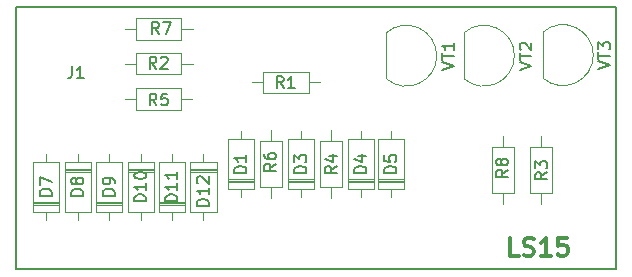
<source format=gbr>
G04 #@! TF.GenerationSoftware,KiCad,Pcbnew,(5.0.0)*
G04 #@! TF.CreationDate,2019-08-04T21:13:51+01:00*
G04 #@! TF.ProjectId,LS15,4C5331352E6B696361645F7063620000,rev?*
G04 #@! TF.SameCoordinates,Original*
G04 #@! TF.FileFunction,Legend,Top*
G04 #@! TF.FilePolarity,Positive*
%FSLAX46Y46*%
G04 Gerber Fmt 4.6, Leading zero omitted, Abs format (unit mm)*
G04 Created by KiCad (PCBNEW (5.0.0)) date 08/04/19 21:13:51*
%MOMM*%
%LPD*%
G01*
G04 APERTURE LIST*
%ADD10C,0.300000*%
%ADD11C,0.150000*%
%ADD12C,0.120000*%
G04 APERTURE END LIST*
D10*
X160627428Y-80371071D02*
X159913142Y-80371071D01*
X159913142Y-78871071D01*
X161056000Y-80299642D02*
X161270285Y-80371071D01*
X161627428Y-80371071D01*
X161770285Y-80299642D01*
X161841714Y-80228214D01*
X161913142Y-80085357D01*
X161913142Y-79942500D01*
X161841714Y-79799642D01*
X161770285Y-79728214D01*
X161627428Y-79656785D01*
X161341714Y-79585357D01*
X161198857Y-79513928D01*
X161127428Y-79442500D01*
X161056000Y-79299642D01*
X161056000Y-79156785D01*
X161127428Y-79013928D01*
X161198857Y-78942500D01*
X161341714Y-78871071D01*
X161698857Y-78871071D01*
X161913142Y-78942500D01*
X163341714Y-80371071D02*
X162484571Y-80371071D01*
X162913142Y-80371071D02*
X162913142Y-78871071D01*
X162770285Y-79085357D01*
X162627428Y-79228214D01*
X162484571Y-79299642D01*
X164698857Y-78871071D02*
X163984571Y-78871071D01*
X163913142Y-79585357D01*
X163984571Y-79513928D01*
X164127428Y-79442500D01*
X164484571Y-79442500D01*
X164627428Y-79513928D01*
X164698857Y-79585357D01*
X164770285Y-79728214D01*
X164770285Y-80085357D01*
X164698857Y-80228214D01*
X164627428Y-80299642D01*
X164484571Y-80371071D01*
X164127428Y-80371071D01*
X163984571Y-80299642D01*
X163913142Y-80228214D01*
D11*
G04 #@! TO.C,J1*
X118058000Y-81545500D02*
X118058000Y-59320500D01*
X168858000Y-81545500D02*
X118058000Y-81545500D01*
X168858000Y-59320500D02*
X168858000Y-81545500D01*
X118058000Y-59320500D02*
X168858000Y-59320500D01*
D12*
G04 #@! TO.C,D1*
X135989000Y-74738600D02*
X138229000Y-74738600D01*
X138229000Y-74738600D02*
X138229000Y-70498600D01*
X138229000Y-70498600D02*
X135989000Y-70498600D01*
X135989000Y-70498600D02*
X135989000Y-74738600D01*
X137109000Y-75388600D02*
X137109000Y-74738600D01*
X137109000Y-69848600D02*
X137109000Y-70498600D01*
X135989000Y-74018600D02*
X138229000Y-74018600D01*
X135989000Y-73898600D02*
X138229000Y-73898600D01*
X135989000Y-74138600D02*
X138229000Y-74138600D01*
G04 #@! TO.C,D3*
X141069000Y-74738600D02*
X143309000Y-74738600D01*
X143309000Y-74738600D02*
X143309000Y-70498600D01*
X143309000Y-70498600D02*
X141069000Y-70498600D01*
X141069000Y-70498600D02*
X141069000Y-74738600D01*
X142189000Y-75388600D02*
X142189000Y-74738600D01*
X142189000Y-69848600D02*
X142189000Y-70498600D01*
X141069000Y-74018600D02*
X143309000Y-74018600D01*
X141069000Y-73898600D02*
X143309000Y-73898600D01*
X141069000Y-74138600D02*
X143309000Y-74138600D01*
G04 #@! TO.C,D4*
X146149000Y-74738600D02*
X148389000Y-74738600D01*
X148389000Y-74738600D02*
X148389000Y-70498600D01*
X148389000Y-70498600D02*
X146149000Y-70498600D01*
X146149000Y-70498600D02*
X146149000Y-74738600D01*
X147269000Y-75388600D02*
X147269000Y-74738600D01*
X147269000Y-69848600D02*
X147269000Y-70498600D01*
X146149000Y-74018600D02*
X148389000Y-74018600D01*
X146149000Y-73898600D02*
X148389000Y-73898600D01*
X146149000Y-74138600D02*
X148389000Y-74138600D01*
G04 #@! TO.C,D5*
X148689000Y-74738600D02*
X150929000Y-74738600D01*
X150929000Y-74738600D02*
X150929000Y-70498600D01*
X150929000Y-70498600D02*
X148689000Y-70498600D01*
X148689000Y-70498600D02*
X148689000Y-74738600D01*
X149809000Y-75388600D02*
X149809000Y-74738600D01*
X149809000Y-69848600D02*
X149809000Y-70498600D01*
X148689000Y-74018600D02*
X150929000Y-74018600D01*
X148689000Y-73898600D02*
X150929000Y-73898600D01*
X148689000Y-74138600D02*
X150929000Y-74138600D01*
G04 #@! TO.C,D7*
X119505000Y-76669000D02*
X121745000Y-76669000D01*
X121745000Y-76669000D02*
X121745000Y-72429000D01*
X121745000Y-72429000D02*
X119505000Y-72429000D01*
X119505000Y-72429000D02*
X119505000Y-76669000D01*
X120625000Y-77319000D02*
X120625000Y-76669000D01*
X120625000Y-71779000D02*
X120625000Y-72429000D01*
X119505000Y-75949000D02*
X121745000Y-75949000D01*
X119505000Y-75829000D02*
X121745000Y-75829000D01*
X119505000Y-76069000D02*
X121745000Y-76069000D01*
G04 #@! TO.C,D8*
X124412000Y-72429000D02*
X122172000Y-72429000D01*
X122172000Y-72429000D02*
X122172000Y-76669000D01*
X122172000Y-76669000D02*
X124412000Y-76669000D01*
X124412000Y-76669000D02*
X124412000Y-72429000D01*
X123292000Y-71779000D02*
X123292000Y-72429000D01*
X123292000Y-77319000D02*
X123292000Y-76669000D01*
X124412000Y-73149000D02*
X122172000Y-73149000D01*
X124412000Y-73269000D02*
X122172000Y-73269000D01*
X124412000Y-73029000D02*
X122172000Y-73029000D01*
G04 #@! TO.C,D9*
X124839000Y-76669000D02*
X127079000Y-76669000D01*
X127079000Y-76669000D02*
X127079000Y-72429000D01*
X127079000Y-72429000D02*
X124839000Y-72429000D01*
X124839000Y-72429000D02*
X124839000Y-76669000D01*
X125959000Y-77319000D02*
X125959000Y-76669000D01*
X125959000Y-71779000D02*
X125959000Y-72429000D01*
X124839000Y-75949000D02*
X127079000Y-75949000D01*
X124839000Y-75829000D02*
X127079000Y-75829000D01*
X124839000Y-76069000D02*
X127079000Y-76069000D01*
G04 #@! TO.C,D10*
X129746000Y-72429000D02*
X127506000Y-72429000D01*
X127506000Y-72429000D02*
X127506000Y-76669000D01*
X127506000Y-76669000D02*
X129746000Y-76669000D01*
X129746000Y-76669000D02*
X129746000Y-72429000D01*
X128626000Y-71779000D02*
X128626000Y-72429000D01*
X128626000Y-77319000D02*
X128626000Y-76669000D01*
X129746000Y-73149000D02*
X127506000Y-73149000D01*
X129746000Y-73269000D02*
X127506000Y-73269000D01*
X129746000Y-73029000D02*
X127506000Y-73029000D01*
G04 #@! TO.C,D11*
X130147000Y-76669000D02*
X132387000Y-76669000D01*
X132387000Y-76669000D02*
X132387000Y-72429000D01*
X132387000Y-72429000D02*
X130147000Y-72429000D01*
X130147000Y-72429000D02*
X130147000Y-76669000D01*
X131267000Y-77319000D02*
X131267000Y-76669000D01*
X131267000Y-71779000D02*
X131267000Y-72429000D01*
X130147000Y-75949000D02*
X132387000Y-75949000D01*
X130147000Y-75829000D02*
X132387000Y-75829000D01*
X130147000Y-76069000D02*
X132387000Y-76069000D01*
G04 #@! TO.C,D12*
X135042000Y-72429000D02*
X132802000Y-72429000D01*
X132802000Y-72429000D02*
X132802000Y-76669000D01*
X132802000Y-76669000D02*
X135042000Y-76669000D01*
X135042000Y-76669000D02*
X135042000Y-72429000D01*
X133922000Y-71779000D02*
X133922000Y-72429000D01*
X133922000Y-77319000D02*
X133922000Y-76669000D01*
X135042000Y-73149000D02*
X132802000Y-73149000D01*
X135042000Y-73269000D02*
X132802000Y-73269000D01*
X135042000Y-73029000D02*
X132802000Y-73029000D01*
G04 #@! TO.C,R1*
X142839000Y-66629800D02*
X142839000Y-64789800D01*
X142839000Y-64789800D02*
X138999000Y-64789800D01*
X138999000Y-64789800D02*
X138999000Y-66629800D01*
X138999000Y-66629800D02*
X142839000Y-66629800D01*
X143789000Y-65709800D02*
X142839000Y-65709800D01*
X138049000Y-65709800D02*
X138999000Y-65709800D01*
G04 #@! TO.C,R2*
X132070000Y-65029600D02*
X132070000Y-63189600D01*
X132070000Y-63189600D02*
X128230000Y-63189600D01*
X128230000Y-63189600D02*
X128230000Y-65029600D01*
X128230000Y-65029600D02*
X132070000Y-65029600D01*
X133020000Y-64109600D02*
X132070000Y-64109600D01*
X127280000Y-64109600D02*
X128230000Y-64109600D01*
G04 #@! TO.C,R3*
X163455000Y-71206600D02*
X161615000Y-71206600D01*
X161615000Y-71206600D02*
X161615000Y-75046600D01*
X161615000Y-75046600D02*
X163455000Y-75046600D01*
X163455000Y-75046600D02*
X163455000Y-71206600D01*
X162535000Y-70256600D02*
X162535000Y-71206600D01*
X162535000Y-75996600D02*
X162535000Y-75046600D01*
G04 #@! TO.C,R4*
X145649000Y-70698600D02*
X143809000Y-70698600D01*
X143809000Y-70698600D02*
X143809000Y-74538600D01*
X143809000Y-74538600D02*
X145649000Y-74538600D01*
X145649000Y-74538600D02*
X145649000Y-70698600D01*
X144729000Y-69748600D02*
X144729000Y-70698600D01*
X144729000Y-75488600D02*
X144729000Y-74538600D01*
G04 #@! TO.C,R5*
X132044000Y-68052200D02*
X132044000Y-66212200D01*
X132044000Y-66212200D02*
X128204000Y-66212200D01*
X128204000Y-66212200D02*
X128204000Y-68052200D01*
X128204000Y-68052200D02*
X132044000Y-68052200D01*
X132994000Y-67132200D02*
X132044000Y-67132200D01*
X127254000Y-67132200D02*
X128204000Y-67132200D01*
G04 #@! TO.C,VT2*
X155992878Y-65394011D02*
G75*
G03X155983000Y-61505400I1690122J1948611D01*
G01*
X155983000Y-61505400D02*
X155983000Y-65355400D01*
G04 #@! TO.C,R6*
X139649000Y-75488600D02*
X139649000Y-74538600D01*
X139649000Y-69748600D02*
X139649000Y-70698600D01*
X140569000Y-74538600D02*
X140569000Y-70698600D01*
X138729000Y-74538600D02*
X140569000Y-74538600D01*
X138729000Y-70698600D02*
X138729000Y-74538600D01*
X140569000Y-70698600D02*
X138729000Y-70698600D01*
G04 #@! TO.C,R7*
X127280000Y-61163200D02*
X128230000Y-61163200D01*
X133020000Y-61163200D02*
X132070000Y-61163200D01*
X128230000Y-62083200D02*
X132070000Y-62083200D01*
X128230000Y-60243200D02*
X128230000Y-62083200D01*
X132070000Y-60243200D02*
X128230000Y-60243200D01*
X132070000Y-62083200D02*
X132070000Y-60243200D01*
G04 #@! TO.C,R8*
X160229000Y-71206600D02*
X158389000Y-71206600D01*
X158389000Y-71206600D02*
X158389000Y-75046600D01*
X158389000Y-75046600D02*
X160229000Y-75046600D01*
X160229000Y-75046600D02*
X160229000Y-71206600D01*
X159309000Y-70256600D02*
X159309000Y-71206600D01*
X159309000Y-75996600D02*
X159309000Y-75046600D01*
G04 #@! TO.C,VT1*
X149405000Y-61505400D02*
X149405000Y-65355400D01*
X149414878Y-65394011D02*
G75*
G03X149405000Y-61505400I1690122J1948611D01*
G01*
G04 #@! TO.C,VT3*
X162663000Y-61454600D02*
X162663000Y-65304600D01*
X162672878Y-65343211D02*
G75*
G03X162663000Y-61454600I1690122J1948611D01*
G01*
G04 #@! TO.C,J1*
D11*
X122804666Y-64352880D02*
X122804666Y-65067166D01*
X122757047Y-65210023D01*
X122661809Y-65305261D01*
X122518952Y-65352880D01*
X122423714Y-65352880D01*
X123804666Y-65352880D02*
X123233238Y-65352880D01*
X123518952Y-65352880D02*
X123518952Y-64352880D01*
X123423714Y-64495738D01*
X123328476Y-64590976D01*
X123233238Y-64638595D01*
G04 #@! TO.C,D1*
X137561380Y-73356695D02*
X136561380Y-73356695D01*
X136561380Y-73118600D01*
X136609000Y-72975742D01*
X136704238Y-72880504D01*
X136799476Y-72832885D01*
X136989952Y-72785266D01*
X137132809Y-72785266D01*
X137323285Y-72832885D01*
X137418523Y-72880504D01*
X137513761Y-72975742D01*
X137561380Y-73118600D01*
X137561380Y-73356695D01*
X137561380Y-71832885D02*
X137561380Y-72404314D01*
X137561380Y-72118600D02*
X136561380Y-72118600D01*
X136704238Y-72213838D01*
X136799476Y-72309076D01*
X136847095Y-72404314D01*
G04 #@! TO.C,D3*
X142641380Y-73356695D02*
X141641380Y-73356695D01*
X141641380Y-73118600D01*
X141689000Y-72975742D01*
X141784238Y-72880504D01*
X141879476Y-72832885D01*
X142069952Y-72785266D01*
X142212809Y-72785266D01*
X142403285Y-72832885D01*
X142498523Y-72880504D01*
X142593761Y-72975742D01*
X142641380Y-73118600D01*
X142641380Y-73356695D01*
X141641380Y-72451933D02*
X141641380Y-71832885D01*
X142022333Y-72166219D01*
X142022333Y-72023361D01*
X142069952Y-71928123D01*
X142117571Y-71880504D01*
X142212809Y-71832885D01*
X142450904Y-71832885D01*
X142546142Y-71880504D01*
X142593761Y-71928123D01*
X142641380Y-72023361D01*
X142641380Y-72309076D01*
X142593761Y-72404314D01*
X142546142Y-72451933D01*
G04 #@! TO.C,D4*
X147721380Y-73356695D02*
X146721380Y-73356695D01*
X146721380Y-73118600D01*
X146769000Y-72975742D01*
X146864238Y-72880504D01*
X146959476Y-72832885D01*
X147149952Y-72785266D01*
X147292809Y-72785266D01*
X147483285Y-72832885D01*
X147578523Y-72880504D01*
X147673761Y-72975742D01*
X147721380Y-73118600D01*
X147721380Y-73356695D01*
X147054714Y-71928123D02*
X147721380Y-71928123D01*
X146673761Y-72166219D02*
X147388047Y-72404314D01*
X147388047Y-71785266D01*
G04 #@! TO.C,D5*
X150261380Y-73356695D02*
X149261380Y-73356695D01*
X149261380Y-73118600D01*
X149309000Y-72975742D01*
X149404238Y-72880504D01*
X149499476Y-72832885D01*
X149689952Y-72785266D01*
X149832809Y-72785266D01*
X150023285Y-72832885D01*
X150118523Y-72880504D01*
X150213761Y-72975742D01*
X150261380Y-73118600D01*
X150261380Y-73356695D01*
X149261380Y-71880504D02*
X149261380Y-72356695D01*
X149737571Y-72404314D01*
X149689952Y-72356695D01*
X149642333Y-72261457D01*
X149642333Y-72023361D01*
X149689952Y-71928123D01*
X149737571Y-71880504D01*
X149832809Y-71832885D01*
X150070904Y-71832885D01*
X150166142Y-71880504D01*
X150213761Y-71928123D01*
X150261380Y-72023361D01*
X150261380Y-72261457D01*
X150213761Y-72356695D01*
X150166142Y-72404314D01*
G04 #@! TO.C,D7*
X121077380Y-75287095D02*
X120077380Y-75287095D01*
X120077380Y-75049000D01*
X120125000Y-74906142D01*
X120220238Y-74810904D01*
X120315476Y-74763285D01*
X120505952Y-74715666D01*
X120648809Y-74715666D01*
X120839285Y-74763285D01*
X120934523Y-74810904D01*
X121029761Y-74906142D01*
X121077380Y-75049000D01*
X121077380Y-75287095D01*
X120077380Y-74382333D02*
X120077380Y-73715666D01*
X121077380Y-74144238D01*
G04 #@! TO.C,D8*
X123744380Y-75287095D02*
X122744380Y-75287095D01*
X122744380Y-75049000D01*
X122792000Y-74906142D01*
X122887238Y-74810904D01*
X122982476Y-74763285D01*
X123172952Y-74715666D01*
X123315809Y-74715666D01*
X123506285Y-74763285D01*
X123601523Y-74810904D01*
X123696761Y-74906142D01*
X123744380Y-75049000D01*
X123744380Y-75287095D01*
X123172952Y-74144238D02*
X123125333Y-74239476D01*
X123077714Y-74287095D01*
X122982476Y-74334714D01*
X122934857Y-74334714D01*
X122839619Y-74287095D01*
X122792000Y-74239476D01*
X122744380Y-74144238D01*
X122744380Y-73953761D01*
X122792000Y-73858523D01*
X122839619Y-73810904D01*
X122934857Y-73763285D01*
X122982476Y-73763285D01*
X123077714Y-73810904D01*
X123125333Y-73858523D01*
X123172952Y-73953761D01*
X123172952Y-74144238D01*
X123220571Y-74239476D01*
X123268190Y-74287095D01*
X123363428Y-74334714D01*
X123553904Y-74334714D01*
X123649142Y-74287095D01*
X123696761Y-74239476D01*
X123744380Y-74144238D01*
X123744380Y-73953761D01*
X123696761Y-73858523D01*
X123649142Y-73810904D01*
X123553904Y-73763285D01*
X123363428Y-73763285D01*
X123268190Y-73810904D01*
X123220571Y-73858523D01*
X123172952Y-73953761D01*
G04 #@! TO.C,D9*
X126411380Y-75287095D02*
X125411380Y-75287095D01*
X125411380Y-75049000D01*
X125459000Y-74906142D01*
X125554238Y-74810904D01*
X125649476Y-74763285D01*
X125839952Y-74715666D01*
X125982809Y-74715666D01*
X126173285Y-74763285D01*
X126268523Y-74810904D01*
X126363761Y-74906142D01*
X126411380Y-75049000D01*
X126411380Y-75287095D01*
X126411380Y-74239476D02*
X126411380Y-74049000D01*
X126363761Y-73953761D01*
X126316142Y-73906142D01*
X126173285Y-73810904D01*
X125982809Y-73763285D01*
X125601857Y-73763285D01*
X125506619Y-73810904D01*
X125459000Y-73858523D01*
X125411380Y-73953761D01*
X125411380Y-74144238D01*
X125459000Y-74239476D01*
X125506619Y-74287095D01*
X125601857Y-74334714D01*
X125839952Y-74334714D01*
X125935190Y-74287095D01*
X125982809Y-74239476D01*
X126030428Y-74144238D01*
X126030428Y-73953761D01*
X125982809Y-73858523D01*
X125935190Y-73810904D01*
X125839952Y-73763285D01*
G04 #@! TO.C,D10*
X129078380Y-75763285D02*
X128078380Y-75763285D01*
X128078380Y-75525190D01*
X128126000Y-75382333D01*
X128221238Y-75287095D01*
X128316476Y-75239476D01*
X128506952Y-75191857D01*
X128649809Y-75191857D01*
X128840285Y-75239476D01*
X128935523Y-75287095D01*
X129030761Y-75382333D01*
X129078380Y-75525190D01*
X129078380Y-75763285D01*
X129078380Y-74239476D02*
X129078380Y-74810904D01*
X129078380Y-74525190D02*
X128078380Y-74525190D01*
X128221238Y-74620428D01*
X128316476Y-74715666D01*
X128364095Y-74810904D01*
X128078380Y-73620428D02*
X128078380Y-73525190D01*
X128126000Y-73429952D01*
X128173619Y-73382333D01*
X128268857Y-73334714D01*
X128459333Y-73287095D01*
X128697428Y-73287095D01*
X128887904Y-73334714D01*
X128983142Y-73382333D01*
X129030761Y-73429952D01*
X129078380Y-73525190D01*
X129078380Y-73620428D01*
X129030761Y-73715666D01*
X128983142Y-73763285D01*
X128887904Y-73810904D01*
X128697428Y-73858523D01*
X128459333Y-73858523D01*
X128268857Y-73810904D01*
X128173619Y-73763285D01*
X128126000Y-73715666D01*
X128078380Y-73620428D01*
G04 #@! TO.C,D11*
X131719380Y-75763285D02*
X130719380Y-75763285D01*
X130719380Y-75525190D01*
X130767000Y-75382333D01*
X130862238Y-75287095D01*
X130957476Y-75239476D01*
X131147952Y-75191857D01*
X131290809Y-75191857D01*
X131481285Y-75239476D01*
X131576523Y-75287095D01*
X131671761Y-75382333D01*
X131719380Y-75525190D01*
X131719380Y-75763285D01*
X131719380Y-74239476D02*
X131719380Y-74810904D01*
X131719380Y-74525190D02*
X130719380Y-74525190D01*
X130862238Y-74620428D01*
X130957476Y-74715666D01*
X131005095Y-74810904D01*
X131719380Y-73287095D02*
X131719380Y-73858523D01*
X131719380Y-73572809D02*
X130719380Y-73572809D01*
X130862238Y-73668047D01*
X130957476Y-73763285D01*
X131005095Y-73858523D01*
G04 #@! TO.C,D12*
X134374380Y-76144285D02*
X133374380Y-76144285D01*
X133374380Y-75906190D01*
X133422000Y-75763333D01*
X133517238Y-75668095D01*
X133612476Y-75620476D01*
X133802952Y-75572857D01*
X133945809Y-75572857D01*
X134136285Y-75620476D01*
X134231523Y-75668095D01*
X134326761Y-75763333D01*
X134374380Y-75906190D01*
X134374380Y-76144285D01*
X134374380Y-74620476D02*
X134374380Y-75191904D01*
X134374380Y-74906190D02*
X133374380Y-74906190D01*
X133517238Y-75001428D01*
X133612476Y-75096666D01*
X133660095Y-75191904D01*
X133469619Y-74239523D02*
X133422000Y-74191904D01*
X133374380Y-74096666D01*
X133374380Y-73858571D01*
X133422000Y-73763333D01*
X133469619Y-73715714D01*
X133564857Y-73668095D01*
X133660095Y-73668095D01*
X133802952Y-73715714D01*
X134374380Y-74287142D01*
X134374380Y-73668095D01*
G04 #@! TO.C,R1*
X140720834Y-66185181D02*
X140387501Y-65708991D01*
X140149405Y-66185181D02*
X140149405Y-65185181D01*
X140530358Y-65185181D01*
X140625596Y-65232801D01*
X140673215Y-65280420D01*
X140720834Y-65375658D01*
X140720834Y-65518515D01*
X140673215Y-65613753D01*
X140625596Y-65661372D01*
X140530358Y-65708991D01*
X140149405Y-65708991D01*
X141673215Y-66185181D02*
X141101786Y-66185181D01*
X141387501Y-66185181D02*
X141387501Y-65185181D01*
X141292262Y-65328039D01*
X141197024Y-65423277D01*
X141101786Y-65470896D01*
G04 #@! TO.C,R2*
X129951834Y-64531481D02*
X129618501Y-64055291D01*
X129380405Y-64531481D02*
X129380405Y-63531481D01*
X129761358Y-63531481D01*
X129856596Y-63579101D01*
X129904215Y-63626720D01*
X129951834Y-63721958D01*
X129951834Y-63864815D01*
X129904215Y-63960053D01*
X129856596Y-64007672D01*
X129761358Y-64055291D01*
X129380405Y-64055291D01*
X130332786Y-63626720D02*
X130380405Y-63579101D01*
X130475643Y-63531481D01*
X130713739Y-63531481D01*
X130808977Y-63579101D01*
X130856596Y-63626720D01*
X130904215Y-63721958D01*
X130904215Y-63817196D01*
X130856596Y-63960053D01*
X130285167Y-64531481D01*
X130904215Y-64531481D01*
G04 #@! TO.C,R3*
X163030381Y-73324765D02*
X162554191Y-73658099D01*
X163030381Y-73896194D02*
X162030381Y-73896194D01*
X162030381Y-73515241D01*
X162078001Y-73420003D01*
X162125620Y-73372384D01*
X162220858Y-73324765D01*
X162363715Y-73324765D01*
X162458953Y-73372384D01*
X162506572Y-73420003D01*
X162554191Y-73515241D01*
X162554191Y-73896194D01*
X162030381Y-72991432D02*
X162030381Y-72372384D01*
X162411334Y-72705718D01*
X162411334Y-72562860D01*
X162458953Y-72467622D01*
X162506572Y-72420003D01*
X162601810Y-72372384D01*
X162839905Y-72372384D01*
X162935143Y-72420003D01*
X162982762Y-72467622D01*
X163030381Y-72562860D01*
X163030381Y-72848575D01*
X162982762Y-72943813D01*
X162935143Y-72991432D01*
G04 #@! TO.C,R4*
X145244880Y-72785266D02*
X144768690Y-73118600D01*
X145244880Y-73356695D02*
X144244880Y-73356695D01*
X144244880Y-72975742D01*
X144292500Y-72880504D01*
X144340119Y-72832885D01*
X144435357Y-72785266D01*
X144578214Y-72785266D01*
X144673452Y-72832885D01*
X144721071Y-72880504D01*
X144768690Y-72975742D01*
X144768690Y-73356695D01*
X144578214Y-71928123D02*
X145244880Y-71928123D01*
X144197261Y-72166219D02*
X144911547Y-72404314D01*
X144911547Y-71785266D01*
G04 #@! TO.C,R5*
X129957333Y-67648080D02*
X129624000Y-67171890D01*
X129385904Y-67648080D02*
X129385904Y-66648080D01*
X129766857Y-66648080D01*
X129862095Y-66695700D01*
X129909714Y-66743319D01*
X129957333Y-66838557D01*
X129957333Y-66981414D01*
X129909714Y-67076652D01*
X129862095Y-67124271D01*
X129766857Y-67171890D01*
X129385904Y-67171890D01*
X130862095Y-66648080D02*
X130385904Y-66648080D01*
X130338285Y-67124271D01*
X130385904Y-67076652D01*
X130481142Y-67029033D01*
X130719238Y-67029033D01*
X130814476Y-67076652D01*
X130862095Y-67124271D01*
X130909714Y-67219509D01*
X130909714Y-67457604D01*
X130862095Y-67552842D01*
X130814476Y-67600461D01*
X130719238Y-67648080D01*
X130481142Y-67648080D01*
X130385904Y-67600461D01*
X130338285Y-67552842D01*
G04 #@! TO.C,VT2*
X160695380Y-64635876D02*
X161695380Y-64302542D01*
X160695380Y-63969209D01*
X160695380Y-63778733D02*
X160695380Y-63207304D01*
X161695380Y-63493019D02*
X160695380Y-63493019D01*
X160790619Y-62921590D02*
X160743000Y-62873971D01*
X160695380Y-62778733D01*
X160695380Y-62540638D01*
X160743000Y-62445400D01*
X160790619Y-62397780D01*
X160885857Y-62350161D01*
X160981095Y-62350161D01*
X161123952Y-62397780D01*
X161695380Y-62969209D01*
X161695380Y-62350161D01*
G04 #@! TO.C,R6*
X140055581Y-72599265D02*
X139579391Y-72932599D01*
X140055581Y-73170694D02*
X139055581Y-73170694D01*
X139055581Y-72789741D01*
X139103201Y-72694503D01*
X139150820Y-72646884D01*
X139246058Y-72599265D01*
X139388915Y-72599265D01*
X139484153Y-72646884D01*
X139531772Y-72694503D01*
X139579391Y-72789741D01*
X139579391Y-73170694D01*
X139055581Y-71742122D02*
X139055581Y-71932599D01*
X139103201Y-72027837D01*
X139150820Y-72075456D01*
X139293677Y-72170694D01*
X139484153Y-72218313D01*
X139865105Y-72218313D01*
X139960343Y-72170694D01*
X140007962Y-72123075D01*
X140055581Y-72027837D01*
X140055581Y-71837360D01*
X140007962Y-71742122D01*
X139960343Y-71694503D01*
X139865105Y-71646884D01*
X139627010Y-71646884D01*
X139531772Y-71694503D01*
X139484153Y-71742122D01*
X139436534Y-71837360D01*
X139436534Y-72027837D01*
X139484153Y-72123075D01*
X139531772Y-72170694D01*
X139627010Y-72218313D01*
G04 #@! TO.C,R7*
X130169334Y-61605181D02*
X129836001Y-61128991D01*
X129597905Y-61605181D02*
X129597905Y-60605181D01*
X129978858Y-60605181D01*
X130074096Y-60652801D01*
X130121715Y-60700420D01*
X130169334Y-60795658D01*
X130169334Y-60938515D01*
X130121715Y-61033753D01*
X130074096Y-61081372D01*
X129978858Y-61128991D01*
X129597905Y-61128991D01*
X130502667Y-60605181D02*
X131169334Y-60605181D01*
X130740762Y-61605181D01*
G04 #@! TO.C,R8*
X159710181Y-73107265D02*
X159233991Y-73440599D01*
X159710181Y-73678694D02*
X158710181Y-73678694D01*
X158710181Y-73297741D01*
X158757801Y-73202503D01*
X158805420Y-73154884D01*
X158900658Y-73107265D01*
X159043515Y-73107265D01*
X159138753Y-73154884D01*
X159186372Y-73202503D01*
X159233991Y-73297741D01*
X159233991Y-73678694D01*
X159138753Y-72535837D02*
X159091134Y-72631075D01*
X159043515Y-72678694D01*
X158948277Y-72726313D01*
X158900658Y-72726313D01*
X158805420Y-72678694D01*
X158757801Y-72631075D01*
X158710181Y-72535837D01*
X158710181Y-72345360D01*
X158757801Y-72250122D01*
X158805420Y-72202503D01*
X158900658Y-72154884D01*
X158948277Y-72154884D01*
X159043515Y-72202503D01*
X159091134Y-72250122D01*
X159138753Y-72345360D01*
X159138753Y-72535837D01*
X159186372Y-72631075D01*
X159233991Y-72678694D01*
X159329229Y-72726313D01*
X159519705Y-72726313D01*
X159614943Y-72678694D01*
X159662562Y-72631075D01*
X159710181Y-72535837D01*
X159710181Y-72345360D01*
X159662562Y-72250122D01*
X159614943Y-72202503D01*
X159519705Y-72154884D01*
X159329229Y-72154884D01*
X159233991Y-72202503D01*
X159186372Y-72250122D01*
X159138753Y-72345360D01*
G04 #@! TO.C,VT1*
X154117380Y-64635876D02*
X155117380Y-64302542D01*
X154117380Y-63969209D01*
X154117380Y-63778733D02*
X154117380Y-63207304D01*
X155117380Y-63493019D02*
X154117380Y-63493019D01*
X155117380Y-62350161D02*
X155117380Y-62921590D01*
X155117380Y-62635876D02*
X154117380Y-62635876D01*
X154260238Y-62731114D01*
X154355476Y-62826352D01*
X154403095Y-62921590D01*
G04 #@! TO.C,VT3*
X167375380Y-64585076D02*
X168375380Y-64251742D01*
X167375380Y-63918409D01*
X167375380Y-63727933D02*
X167375380Y-63156504D01*
X168375380Y-63442219D02*
X167375380Y-63442219D01*
X167375380Y-62918409D02*
X167375380Y-62299361D01*
X167756333Y-62632695D01*
X167756333Y-62489838D01*
X167803952Y-62394600D01*
X167851571Y-62346980D01*
X167946809Y-62299361D01*
X168184904Y-62299361D01*
X168280142Y-62346980D01*
X168327761Y-62394600D01*
X168375380Y-62489838D01*
X168375380Y-62775552D01*
X168327761Y-62870790D01*
X168280142Y-62918409D01*
G04 #@! TD*
M02*

</source>
